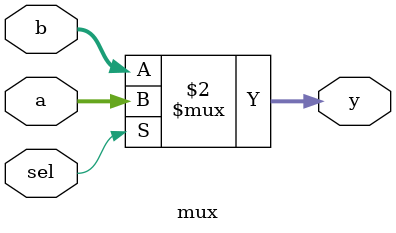
<source format=v>
module mux(y, a, b, sel);
	output[63:0] y;
	input[63:0] a, b;
	input sel;
	reg[63:0] y;
	always@(sel or a or b)
		y = sel ? a : b;
endmodule

</source>
